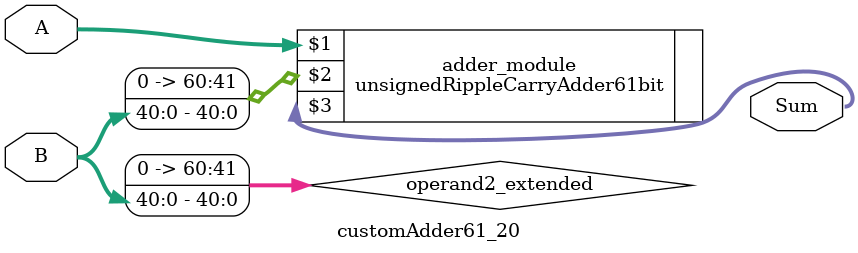
<source format=v>
module customAdder61_20(
                        input [60 : 0] A,
                        input [40 : 0] B,
                        
                        output [61 : 0] Sum
                );

        wire [60 : 0] operand2_extended;
        
        assign operand2_extended =  {20'b0, B};
        
        unsignedRippleCarryAdder61bit adder_module(
            A,
            operand2_extended,
            Sum
        );
        
        endmodule
        
</source>
